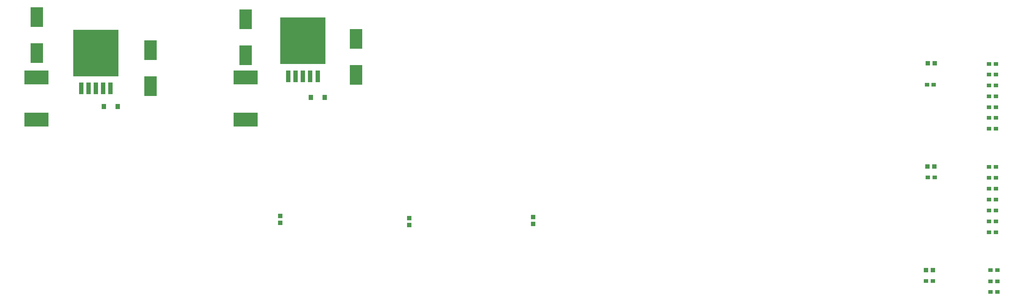
<source format=gbp>
G04*
G04 #@! TF.GenerationSoftware,Altium Limited,Altium Designer,19.1.3 (30)*
G04*
G04 Layer_Color=128*
%FSLAX25Y25*%
%MOIN*%
G70*
G01*
G75*
%ADD16R,0.03937X0.03740*%
%ADD17R,0.03937X0.03937*%
%ADD99R,0.04100X0.04700*%
%ADD100R,0.11811X0.18110*%
%ADD101R,0.04000X0.10600*%
%ADD102R,0.41200X0.42800*%
%ADD103R,0.22047X0.12598*%
%ADD104R,0.03937X0.03937*%
D16*
X1078150Y231500D02*
D03*
X1071850D02*
D03*
X1079650Y326500D02*
D03*
X1073350D02*
D03*
X1078953Y411268D02*
D03*
X1072653D02*
D03*
X1129350Y380917D02*
D03*
X1135650D02*
D03*
X1129350Y390833D02*
D03*
X1135650D02*
D03*
X1129350Y400750D02*
D03*
X1135650D02*
D03*
X1129350Y410667D02*
D03*
X1135650D02*
D03*
X1129350Y420583D02*
D03*
X1135650D02*
D03*
X1129350Y371000D02*
D03*
X1135650D02*
D03*
X1129350Y430500D02*
D03*
X1135650D02*
D03*
X1129350Y296000D02*
D03*
X1135650D02*
D03*
X1129350Y286000D02*
D03*
X1135650D02*
D03*
X1129350Y276000D02*
D03*
X1135650D02*
D03*
X1130850Y241500D02*
D03*
X1137150D02*
D03*
X1130850Y231000D02*
D03*
X1137150D02*
D03*
X1130850Y221500D02*
D03*
X1137150D02*
D03*
X1129350Y336000D02*
D03*
X1135650D02*
D03*
X1129350Y326000D02*
D03*
X1135650D02*
D03*
X1129350Y306000D02*
D03*
X1135650D02*
D03*
X1129350Y316000D02*
D03*
X1135650D02*
D03*
D17*
X712500Y283850D02*
D03*
Y290150D02*
D03*
X481000Y284850D02*
D03*
Y291150D02*
D03*
X599000Y282850D02*
D03*
Y289150D02*
D03*
D99*
X509050Y399800D02*
D03*
X521750D02*
D03*
X319650Y391500D02*
D03*
X332350D02*
D03*
D100*
X550400Y420300D02*
D03*
Y453371D02*
D03*
X449400Y471335D02*
D03*
Y438265D02*
D03*
X258583Y473539D02*
D03*
Y440469D02*
D03*
X362500Y409965D02*
D03*
Y443035D02*
D03*
D101*
X515300Y419200D02*
D03*
X508600D02*
D03*
X501900D02*
D03*
X495200D02*
D03*
X488500D02*
D03*
X325900Y407900D02*
D03*
X319200D02*
D03*
X312500D02*
D03*
X305800D02*
D03*
X299100D02*
D03*
D102*
X501900Y451800D02*
D03*
X312500Y440500D02*
D03*
D103*
X449400Y379312D02*
D03*
Y418091D02*
D03*
X258118Y379323D02*
D03*
Y418102D02*
D03*
D104*
X1071850Y241500D02*
D03*
X1078150D02*
D03*
X1073201Y336500D02*
D03*
X1079500D02*
D03*
X1073350Y431000D02*
D03*
X1079650D02*
D03*
M02*

</source>
